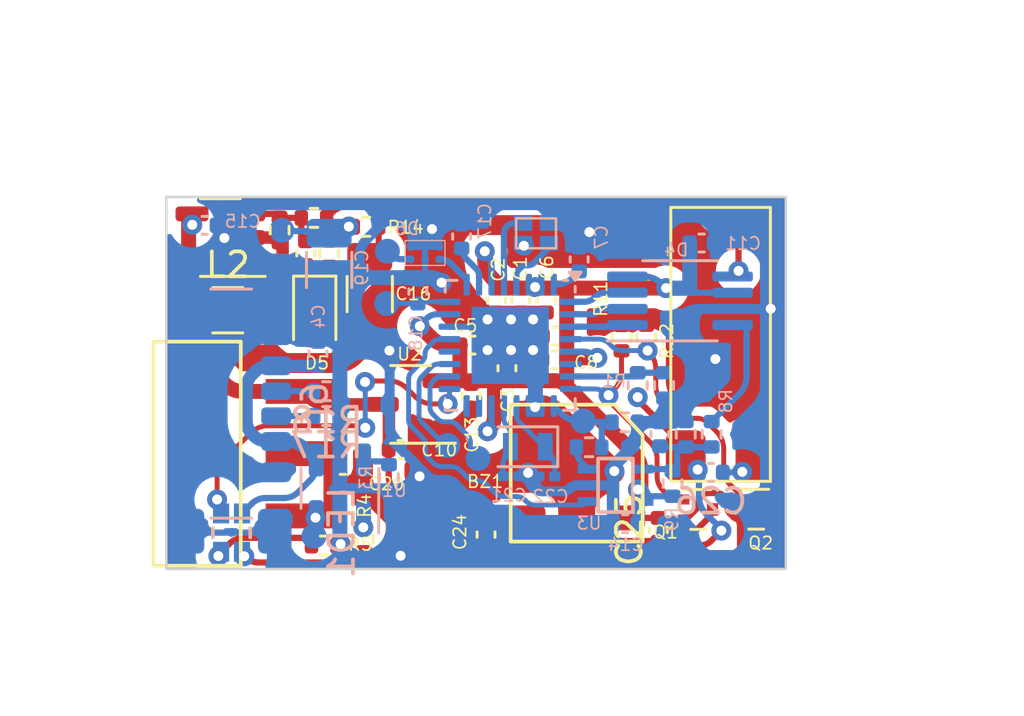
<source format=kicad_pcb>
(kicad_pcb (version 20241229) (generator "pcbnew") (generator_version "9.0")
  (layers (0 "F.Cu" signal) (2 "B.Cu" signal) (13 "F.Paste" user) (15 "B.Paste" user) (5 "F.SilkS" user "F.Silkscreen") (7 "B.SilkS" user "B.Silkscreen") (1 "F.Mask" user) (3 "B.Mask" user) (25 "Edge.Cuts" user))
  (net 0 "")
  (net 1 "+BATT")
  (net 2 "+2V8")
  (net 3 "vbus")
  (net 4 "Net-(D1-VCAP)")
  (net 5 "Net-(LED1---Pad3)")
  (net 6 "Net-(D5-K)")
  (net 7 "Net-(U4-FB)")
  (net 8 "/+SiPM")
  (net 9 "AIn")
  (net 10 "Vibro")
  (net 11 "Sync")
  (net 12 "Net-(U3--)")
  (net 13 "Sound")
  (net 14 "LED")
  (net 15 "Net-(D1-VDDHPA)")
  (net 16 "Net-(D1-RST)")
  (net 17 "Net-(D1-PC14)")
  (net 18 "Net-(D1-PC15)")
  (net 19 "A_CS")
  (net 20 "A_SCK")
  (net 21 "A_SDI")
  (net 22 "cmpAdj")
  (net 24 "Net-(D1-OSCOUT)")
  (net 25 "Net-(D1-OSCIN)")
  (net 26 "Net-(D1-RF)")
  (net 27 "GND")
  (net 29 "/B+")
  (net 31 "Net-(LED1---Pad4)")
  (net 32 "HVAdj")
  (net 33 "batLev")
  (net 34 "stat")
  (net 35 "Net-(D5-A)")
  (net 36 "Net-(D6-OUT)")
  (net 37 "Net-(J9-CC1)")
  (net 38 "Net-(J9-CC2)")
  (net 39 "Net-(Q2-D)")
  (net 40 "Net-(U3-+)")
  (net 41 "/swd")
  (net 42 "Net-(U1-PROG)")
  (net 43 "/swc")
  (net 45 "Net-(BZ1-+)")
  (footprint "Capacitor_SMD:C_0402_1005Metric" (layer "F.Cu") (at 74.96 41.27 -90)
    (property "Reference" "C2")
    (property "Value" "22u")
  )
  (footprint "Capacitor_SMD:C_0402_1005Metric" (layer "F.Cu") (at 74.54 50.67 90)
    (property "Reference" "C24")
    (property "Value" "22u")
  )
  (footprint "Capacitor_SMD:C_0402_1005Metric" (layer "F.Cu") (at 68.79 48.61)
    (property "Reference" "C20")
    (property "Value" "22u")
  )
  (footprint "Capacitor_SMD:C_0402_1005Metric" (layer "F.Cu") (at 77.28 43.65 180)
    (property "Reference" "C8")
    (property "Value" "22u")
  )
  (footprint "Package_TO_SOT_SMD:SOT-23-3" (layer "F.Cu") (at 71.51 45.44 180)
    (property "Reference" "U2")
    (property "Value" "MCP1700")
  )
  (footprint "Resistor_SMD:R_0402_1005Metric" (layer "F.Cu") (at 68.04 51.11)
    (property "Reference" "R5")
    (property "Value" "82")
  )
  (footprint "Capacitor_SMD:C_0402_1005Metric" (layer "F.Cu") (at 76.95 41.27 -90)
    (property "Reference" "C6")
    (property "Value" "22u")
  )
  (footprint "My-library:VibroMotor" (layer "F.Cu") (at 83.96 47.53 180)
    (property "Reference" "M1" (hide yes))
    (property "Value" "Z3OC1T8219731")
  )
  (footprint "Capacitor_SMD:C_0402_1005Metric" (layer "F.Cu") (at 73.94 45.1 -90)
    (property "Reference" "C13")
    (property "Value" "22u")
  )
  (footprint "Resistor_SMD:R_0402_1005Metric" (layer "F.Cu") (at 69.72 38.31 180)
    (property "Reference" "R14")
    (property "Value" "1k")
  )
  (footprint "Capacitor_SMD:C_0402_1005Metric" (layer "F.Cu") (at 75.93 41.27 -90)
    (property "Reference" "C1")
    (property "Value" "22u")
  )
  (footprint "Capacitor_SMD:C_0402_1005Metric" (layer "F.Cu") (at 77.3 42.7 180)
    (property "Reference" "C23" (hide yes))
    (property "Value" "22u")
  )
  (footprint "Resistor_SMD:R_0402_1005Metric" (layer "F.Cu") (at 66.25 38.44 -90)
    (property "Reference" "R15" (hide yes))
    (property "Value" "4.3M")
  )
  (footprint "lib:Buzzer55x55" (layer "F.Cu") (at 78.18 48.2 90)
    (property "Reference" "BZ1")
    (property "Value" "MLT-5020")
  )
  (footprint "Resistor_SMD:R_0402_1005Metric" (layer "F.Cu") (at 69.63 50.85 -90)
    (property "Reference" "R4")
    (property "Value" "220")
  )
  (footprint "Capacitor_SMD:C_0402_1005Metric" (layer "F.Cu") (at 73.99 43.06)
    (property "Reference" "C5")
    (property "Value" "22u")
  )
  (footprint "Capacitor_SMD:C_0402_1005Metric" (layer "F.Cu") (at 67.3 39.37 90)
    (property "Reference" "C9" (hide yes))
    (property "Value" "1.5p")
  )
  (footprint "Diode_SMD:D_SOD-323" (layer "F.Cu") (at 67.66 41.79 -90)
    (property "Reference" "D5")
    (property "Value" "BAS16J")
  )
  (footprint "Capacitor_SMD:C_0402_1005Metric" (layer "F.Cu") (at 71.11 47.25)
    (property "Reference" "C10")
    (property "Value" "22u")
  )
  (footprint "Resistor_SMD:R_0402_1005Metric" (layer "F.Cu") (at 80.97 42.77 90)
    (property "Reference" "R12")
    (property "Value" "100k")
  )
  (footprint "Resistor_SMD:R_0402_1005Metric" (layer "F.Cu") (at 67.63 37.95)
    (property "Reference" "R13" (hide yes))
    (property "Value" "100M")
  )
  (footprint "Capacitor_SMD:C_0402_1005Metric" (layer "F.Cu") (at 75.38 43.99 90)
    (property "Reference" "C3")
    (property "Value" "22u")
  )
  (footprint "Resistor_SMD:R_0402_1005Metric" (layer "F.Cu") (at 79.98 42.78 90)
    (property "Reference" "R11")
    (property "Value" "100k")
  )
  (footprint "My-library:SOT-723" (layer "F.Cu") (at 83.06 49.66)
    (property "Reference" "Q1")
    (property "Value" "RUM002N05")
  )
  (footprint "Capacitor_SMD:C_0402_1005Metric" (layer "F.Cu") (at 81.46 50.48 90)
    (property "Reference" "C25")
    (property "Value" "47n")
  )
  (footprint "Package_TO_SOT_SMD:SOT-23-5" (layer "F.Cu") (at 63.87 38.74 180)
    (property "Reference" "U4" (hide yes))
    (property "Value" "AP3015KTR")
  )
  (footprint "Inductor_SMD:L_1206_3216Metric_Pad1.42x1.75mm_HandSolder" (layer "F.Cu") (at 64.17 41.66)
    (property "Reference" "L2")
    (property "Value" "22uH LQH31CN220K03L")
  )
  (footprint "Resistor_SMD:R_0402_1005Metric" (layer "F.Cu") (at 68.24 39.39 90)
    (property "Reference" "R16" (hide yes))
    (property "Value" "100M")
  )
  (footprint "lib:MySwithc" (layer "F.Cu") (at 65.69 47.42)
    (property "Reference" "SW1" (hide yes))
    (property "Value" "SW_DPDT_x2")
  )
  (footprint "Capacitor_SMD:C_1206_3216Metric" (layer "F.Cu") (at 69.87 41.01 90)
    (property "Reference" "C16")
    (property "Value" "22u C3216X5R1V226MTJ00E")
  )
  (footprint "My-library:SOT-723" (layer "F.Cu") (at 85.39 49.65)
    (property "Reference" "Q2")
    (property "Value" "RUM002N05")
  )
  (footprint "Resistor_SMD:R_0402_1005Metric" (layer "B.Cu") (at 80.63 44.68 90)
    (property "Reference" "R1")
    (property "Value" "510k")
  )
  (footprint "lib:conn_mini" (layer "B.Cu") (at 73 47.09 180)
    (property "Reference" "J4" (hide yes))
    (property "Value" "Conn")
  )
  (footprint "Connector_USB:USB_C_Receptacle_GCT_USB4135-GF-A_6P_TopMnt_Horizontal" (layer "B.Cu") (at 63.0775 45.41 90)
    (property "Reference" "J9")
    (property "Value" "USB_C_Receptacle_PowerOnly_6P")
  )
  (footprint "Package_SO:MSOP-8_3x3mm_P0.65mm" (layer "B.Cu") (at 82.33 41.28)
    (property "Reference" "D4")
    (property "Value" "LTC1662CMS8")
  )
  (footprint "Capacitor_SMD:C_1206_3216Metric" (layer "B.Cu") (at 68.24 40.04 90)
    (property "Reference" "C19")
    (property "Value" "22u C3216X5R1V226MTJ00E")
  )
  (footprint "My-library:TLV320x-SC70" (layer "B.Cu") (at 79.74 48.69 90)
    (property "Reference" "U3")
    (property "Value" "TLV3201AIDCK")
  )
  (footprint "Capacitor_SMD:C_0402_1005Metric" (layer "B.Cu") (at 67.79 43.41 90)
    (property "Reference" "C4")
    (property "Value" "22u")
  )
  (footprint "Resistor_SMD:R_0402_1005Metric" (layer "B.Cu") (at 81.69 44.68 -90)
    (property "Reference" "R2" (hide yes))
    (property "Value" "1M")
  )
  (footprint "Package_TO_SOT_SMD:SOT-23-5" (layer "B.Cu") (at 68.67 48.81 90)
    (property "Reference" "U1")
    (property "Value" "MCP73831")
  )
  (footprint "Resistor_SMD:R_0402_1005Metric" (layer "B.Cu") (at 78.68 47.16)
    (property "Reference" "R7" (hide yes))
    (property "Value" "10k")
  )
  (footprint "lib:conn_mini" (layer "B.Cu") (at 66.34 38.45 -90)
    (property "Reference" "J11" (hide yes))
    (property "Value" "Conn")
  )
  (footprint "Capacitor_SMD:C_0402_1005Metric" (layer "B.Cu") (at 71.8 40.91 -90)
    (property "Reference" "C18")
    (property "Value" "10n")
  )
  (footprint "lib:conn_mini" (layer "B.Cu") (at 78.44 46.11 -90)
    (property "Reference" "J8" (hide yes))
    (property "Value" "Conn")
  )
  (footprint "Resistor_SMD:R_0402_1005Metric" (layer "B.Cu") (at 83.6 46.64 -90)
    (property "Reference" "R8")
    (property "Value" "10M")
  )
  (footprint "lib:conn_mini" (layer "B.Cu") (at 82.97 44.89 180)
    (property "Reference" "J3" (hide yes))
    (property "Value" "Conn")
  )
  (footprint "Capacitor_SMD:C_0402_1005Metric" (layer "B.Cu") (at 63.24 38.25 180)
    (property "Reference" "C15")
    (property "Value" "22u")
  )
  (footprint "Resistor_SMD:R_0402_1005Metric" (layer "B.Cu") (at 82.56 46.64 90)
    (property "Reference" "R10" (hide yes))
    (property "Value" "75k")
  )
  (footprint "Capacitor_SMD:C_0402_1005Metric" (layer "B.Cu") (at 80.13 50.23 180)
    (property "Reference" "C14")
    (property "Value" "22u")
  )
  (footprint "Resistor_SMD:R_0402_1005Metric" (layer "B.Cu") (at 68.13 45.91)
    (property "Reference" "R17")
    (property "Value" "5.1k")
  )
  (footprint "My-library:C_0201_0603Metric" (layer "B.Cu") (at 76.98 48.33 180)
    (property "Reference" "C22")
    (property "Value" "10p")
  )
  (footprint "Capacitor_SMD:C_0402_1005Metric" (layer "B.Cu") (at 78.28 39.62 90)
    (property "Reference" "C7")
    (property "Value" "4.7u")
  )
  (footprint "Capacitor_SMD:C_0402_1005Metric" (layer "B.Cu") (at 83.57 48.17)
    (property "Reference" "C26")
    (property "Value" "47n")
  )
  (footprint "Capacitor_SMD:C_0402_1005Metric" (layer "B.Cu") (at 73.56 38.7 90)
    (property "Reference" "C17")
    (property "Value" "4.7u")
  )
  (footprint "lib:conn_mini" (layer "B.Cu") (at 69.57 42.87 180)
    (property "Reference" "J10" (hide yes))
    (property "Value" "Conn")
  )
  (footprint "lib:conn_mini" (layer "B.Cu") (at 74.22 47.61 180)
    (property "Reference" "J5" (hide yes))
    (property "Value" "Conn")
  )
  (footprint "Resistor_SMD:R_0402_1005Metric" (layer "B.Cu") (at 80.11 46.16)
    (property "Reference" "R6" (hide yes))
    (property "Value" "3k")
  )
  (footprint "Resistor_SMD:R_0402_1005Metric" (layer "B.Cu") (at 68.13 44.91)
    (property "Reference" "R18")
    (property "Value" "5.1k")
  )
  (footprint "lib:conn_mini" (layer "B.Cu") (at 70.58 39.29 180)
    (property "Reference" "J12" (hide yes))
    (property "Value" "BTAnt")
  )
  (footprint "My-library:NX1612SA" (layer "B.Cu") (at 76.55 38.57 180)
    (property "Reference" "Y1" (hide yes))
    (property "Value" "NX1612SA-32MHz")
  )
  (footprint "lib:conn_mini" (layer "B.Cu") (at 70.55 41.39 180)
    (property "Reference" "J2" (hide yes))
    (property "Value" "Conn")
  )
  (footprint "Capacitor_SMD:C_0402_1005Metric" (layer "B.Cu") (at 81.52 46.64 90)
    (property "Reference" "C12" (hide yes))
    (property "Value" "10n")
  )
  (footprint "lib:conn_mini" (layer "B.Cu") (at 67.63 50.73 180)
    (property "Reference" "J6" (hide yes))
    (property "Value" "Conn")
  )
  (footprint "Capacitor_SMD:C_0402_1005Metric" (layer "B.Cu") (at 83.2 38.96)
    (property "Reference" "C11")
    (property "Value" "22u")
  )
  (footprint "Package_DFN_QFN:QFN-32-1EP_5x5mm_P0.5mm_EP3.1x3.1mm" (layer "B.Cu") (at 75.51 43.07 180)
    (property "Reference" "D1" (hide yes))
    (property "Value" "STM32WBA54KGUx")
  )
  (footprint "lib:conn_mini" (layer "B.Cu") (at 71.16 51.36 180)
    (property "Reference" "J7" (hide yes))
    (property "Value" "Conn")
  )
  (footprint "easyeda2kicad:LED-ARRAY-SMD_0603-4P-L1.6-W1.5-BR-RD" (layer "B.Cu") (at 64.32 50.59 90)
    (property "Reference" "LED1")
    (property "Value" "LTST-C195KGJRKT")
  )
  (footprint "Resistor_SMD:R_0402_1005Metric" (layer "B.Cu") (at 70.64 48.37 -90)
    (property "Reference" "R3")
    (property "Value" "10k")
  )
  (footprint "Resistor_SMD:R_0402_1005Metric" (layer "B.Cu") (at 82.03 48.62 90)
    (property "Reference" "R9")
    (property "Value" "10M")
  )
  (footprint "My-library:MLPF-WB-04D3" (layer "B.Cu") (at 72.09 39.36 90)
    (property "Reference" "D6")
    (property "Value" "MLPF-WB-04D3")
  )
  (footprint "My-library:Crystal_SMD_2012-2Pin_2.0x1.2mm" (layer "B.Cu") (at 76.22 47.14 180)
    (property "Reference" "Y2" (hide yes))
    (property "Value" "NX2012SA-32.768")
  )
  (footprint "My-library:C_0201_0603Metric" (layer "B.Cu") (at 75.54 48.32)
    (property "Reference" "C21")
    (property "Value" "10p")
  )
  (gr_line (start 86.58 52.05) (end 61.7 52.05) (stroke (width 0.1)) (layer "Edge.Cuts"))
  (gr_line (start 61.7 52.05) (end 61.7 37.11) (stroke (width 0.1)) (layer "Edge.Cuts"))
  (gr_line (start 86.58 37.11) (end 86.58 52.05) (stroke (width 0.1)) (layer "Edge.Cuts"))
  (gr_line (start 61.7 37.11) (end 86.58 37.11) (stroke (width 0.1)) (layer "Edge.Cuts"))
  (segment (start 72.914214 50.58) (end 73.715786 50.58) (width 0.25) (layer "F.Cu") (net 1))
  (segment (start 76.105 50.19) (end 74.515 50.19) (width 0.6) (layer "F.Cu") (net 1))
  (segment (start 82.56 47.19) (end 82.56 47.53) (width 0.25) (layer "F.Cu") (net 1))
  (segment (start 64.057107 44.627107) (end 62.887893 43.457893) (width 0.6) (layer "F.Cu") (net 1))
  (segment (start 77.524214 50.93) (end 80.34 50.93) (width 0.25) (layer "F.Cu") (net 1))
  (segment (start 83.151472 51.1) (end 81.6 51.1) (width 0.25) (layer "F.Cu") (net 1))
  (segment (start 70.48 45.44) (end 70.3725 45.44) (width 0.5) (layer "F.Cu") (net 1))
  (segment (start 62.595 41.66) (end 62.595 37.9275) (width 0.6) (layer "F.Cu") (net 1))
  (segment (start 83.575736 50.924264) (end 83.99 50.51) (width 0.25) (layer "F.Cu") (net 1))
  (segment (start 76.18 50) (end 76.817107 50.637107) (width 0.25) (layer "F.Cu") (net 1))
  (segment (start 67.19 44.92) (end 64.764214 44.92) (width 0.6) (layer "F.Cu") (net 1))
  (segment (start 67.417107 45.147107) (end 67.19 44.92) (width 0.5) (layer "F.Cu") (net 1))
  (segment (start 62.595 37.9275) (end 62.7325 37.79) (width 0.6) (layer "F.Cu") (net 1))
  (segment (start 70.64 47.31625) (end 70.64 45.6) (width 0.5) (layer "F.Cu") (net 1))
  (segment (start 70.3725 45.44) (end 68.124214 45.44) (width 0.5) (layer "F.Cu") (net 1))
  (segment (start 74.422893 50.287107) (end 74.45 50.26) (width 0.25) (layer "F.Cu") (net 1))
  (segment (start 80.54 45.17) (end 82.56 47.19) (width 0.25) (layer "F.Cu") (net 1))
  (segment (start 62.595 42.750786) (end 62.595 41.66) (width 0.6) (layer "F.Cu") (net 1))
  (segment (start 70.64 45.6) (end 70.48 45.44) (width 0.5) (layer "F.Cu") (net 1))
  (segment (start 62.7425 37.85) (end 62.7425 38.2275) (width 0.6) (layer "F.Cu") (net 1))
  (segment (start 80.34 50.93) (end 81.41 50.93) (width 0.25) (layer "F.Cu") (net 1))
  (segment (start 70.63 47.25) (end 70.63 48.295786) (width 0.25) (layer "F.Cu") (net 1))
  (segment (start 81.6 51.1) (end 81.46 50.96) (width 0.25) (layer "F.Cu") (net 1))
  (segment (start 70.922893 49.002893) (end 72.207107 50.287107) (width 0.25) (layer "F.Cu") (net 1))
  (segment (start 83.17 48.14) (end 82.56 47.53) (width 0.25) (layer "F.Cu") (net 1))
  (via (at 83.04 48.06) (size 0.8) (drill 0.4) (layers "F.Cu" "B.Cu") (net 1))
  (via (at 62.7425 38.2275) (size 0.8) (drill 0.4) (layers "F.Cu" "B.Cu") (net 1))
  (via (at 83.99 50.51) (size 0.8) (drill 0.4) (layers "F.Cu" "B.Cu") (net 1))
  (via (at 80.63 45.15) (size 0.8) (drill 0.4) (layers "F.Cu" "B.Cu") (net 1))
  (arc (start 70.922893 49.002893) (mid 70.70612 48.67847) (end 70.63 48.295786) (width 0.25) (layer "F.Cu") (net 1))
  (arc (start 72.207107 50.287107) (mid 72.53153 50.50388) (end 72.914214 50.58) (width 0.25) (layer "F.Cu") (net 1))
  (arc (start 64.764214 44.92) (mid 64.381531 44.84388) (end 64.057107 44.627107) (width 0.6) (layer "F.Cu") (net 1))
  (arc (start 67.417107 45.147107) (mid 67.74153 45.36388) (end 68.124214 45.44) (width 0.5) (layer "F.Cu") (net 1))
  (arc (start 76.817107 50.637107) (mid 77.14153 50.85388) (end 77.524214 50.93) (width 0.25) (layer "F.Cu") (net 1))
  (arc (start 83.575736 50.924264) (mid 83.381082 51.054328) (end 83.151472 51.1) (width 0.25) (layer "F.Cu") (net 1))
  (arc (start 74.422893 50.287107) (mid 74.09847 50.50388) (end 73.715786 50.58) (width 0.25) (layer "F.Cu") (net 1))
  (arc (start 62.595 42.750786) (mid 62.67112 43.133469) (end 62.887893 43.457893) (width 0.6) (layer "F.Cu") (net 1))
  (segment (start 83.09 49.135786) (end 83.09 48.17) (width 0.25) (layer "B.Cu") (net 1))
  (segment (start 83.99 50.45) (end 83.99 50.51) (width 0.25) (layer "B.Cu") (net 1))
  (segment (start 83.382893 49.842893) (end 83.99 50.45) (width 0.25) (layer "B.Cu") (net 1))
  (arc (start 83.09 49.135786) (mid 83.16612 49.518469) (end 83.382893 49.842893) (width 0.25) (layer "B.Cu") (net 1))
  (segment (start 77.2 44.49) (end 74.93 44.49) (width 0.6) (layer "F.Cu") (net 2))
  (segment (start 76.92 40.77) (end 76.96 40.73) (width 0.25) (layer "F.Cu") (net 2))
  (segment (start 74.645685 46.474315) (end 74.6 46.52) (width 0.6) (layer "F.Cu") (net 2))
  (segment (start 77.78 44.55) (end 77.78 40.93) (width 0.6) (layer "F.Cu") (net 2))
  (segment (start 80.19 40.77) (end 81.77 40.77) (width 0.6) (layer "F.Cu") (net 2))
  (segment (start 78.992893 43.552893) (end 79.01 43.57) (width 0.6) (layer "F.Cu") (net 2))
  (segment (start 73.51 43.06) (end 73.054214 43.06) (width 0.6) (layer "F.Cu") (net 2))
  (segment (start 74.88 44.54) (end 74.88 45.908629) (width 0.6) (layer "F.Cu") (net 2))
  (segment (start 77.78 40.93) (end 77.94 40.77) (width 0.6) (layer "F.Cu") (net 2))
  (segment (start 75.93 40.77) (end 76.92 40.77) (width 0.6) (layer "F.Cu") (net 2))
  (segment (start 75.19 40.77) (end 74.782893 40.362893) (width 0.6) (layer "F.Cu") (net 2))
  (segment (start 77.94 40.77) (end 80.19 40.77) (width 0.6) (layer "F.Cu") (net 2))
  (segment (start 73.49 44.189143) (end 73.49 43.270857) (width 0.6) (layer "F.Cu") (net 2))
  (segment (start 74.93 44.49) (end 74.88 44.54) (width 0.6) (layer "F.Cu") (net 2))
  (segment (start 78.01 43.57) (end 77.93 43.65) (width 0.25) (layer "F.Cu") (net 2))
  (segment (start 80.467107 47.397107) (end 77.735736 44.665736) (width 0.6) (layer "F.Cu") (net 2))
  (segment (start 79.01 43.57) (end 78.01 43.57) (width 0.6) (layer "F.Cu") (net 2))
  (segment (start 74.93 44.49) (end 72.6475 44.49) (width 0.6) (layer "F.Cu") (net 2))
  (segment (start 74.49 39.655786) (end 74.49 39.29) (width 0.6) (layer "F.Cu") (net 2))
  (segment (start 80.76 48.84) (end 80.76 48.104214) (width 0.6) (layer "F.Cu") (net 2))
  (segment (start 72.347107 42.767107) (end 71.88 42.3) (width 0.6) (layer "F.Cu") (net 2))
  (segment (start 75.93 40.77) (end 75.19 40.77) (width 0.6) (layer "F.Cu") (net 2))
  (segment (start 77.311472 44.49) (end 77.2 44.49) (width 0.6) (layer "F.Cu") (net 2))
  (segment (start 77.764264 44.637208) (end 77.735736 44.665736) (width 0.6) (layer "F.Cu") (net 2))
  (segment (start 76.95 40.77) (end 77.94 40.77) (width 0.6) (layer "F.Cu") (net 2))
  (via (at 74.49 39.29) (size 0.8) (drill 0.4) (layers "F.Cu" "B.Cu") (net 2))
  (via (at 80.64 48.86) (size 0.8) (drill 0.4) (layers "F.Cu" "B.Cu") (net 2))
  (via (at 74.6 46.52) (size 0.8) (drill 0.4) (layers "F.Cu" "B.Cu") (net 2))
  (via (at 79.01 43.57) (size 0.8) (drill 0.4) (layers "F.Cu" "B.Cu") (net 2))
  (via (at 81.77 40.77) (size 0.8) (drill 0.4) (layers "F.Cu" "B.Cu") (net 2))
  (via (at 71.88 42.3) (size 0.8) (drill 0.4) (layers "F.Cu" "B.Cu") (net 2))
  (via (at 76.51 40.73) (size 0.8) (drill 0.4) (layers "F.Cu" "B.Cu") (net 2))
  (arc (start 74.645685 46.474315) (mid 74.819104 46.214776) (end 74.88 45.908629) (width 0.6) (layer "F.Cu") (net 2))
  (arc (start 80.76 48.104214) (mid 80.68388 47.72153) (end 80.467107 47.397107) (width 0.6) (layer "F.Cu") (net 2))
  (arc (start 74.49 39.655786) (mid 74.56612 40.038469) (end 74.782893 40.362893) (width 0.6) (layer "F.Cu") (net 2))
  (arc (start 73.054214 43.06) (mid 72.671531 42.98388) (end 72.347107 42.767107) (width 0.6) (layer "F.Cu") (net 2))
  (arc (start 77.735736 44.665736) (mid 77.541082 44.535672) (end 77.311472 44.49) (width 0.6) (layer "F.Cu") (net 2))
  (segment (start 74.76 40.6325) (end 74.76 39.891371) (width 0.25) (layer "B.Cu") (net 2))
  (segment (start 72.154264 41.995736) (end 72 42.15) (width 0.25) (layer "B.Cu") (net 2))
  (segment (start 82.03 49.13) (end 81.05 49.13) (width 0.25) (layer "B.Cu") (net 2))
  (segment (start 82.47 40.77) (end 81.77 40.77) (width 0.6) (layer "B.Cu") (net 2))
  (segment (start 81.05 49.13) (end 80.76 48.84) (width 0.25) (layer "B.Cu") (net 2))
  (segment (start 73.0725 41.82) (end 72.578528 41.82) (width 0.25) (layer "B.Cu") (net 2))
  (segment (start 80.2175 40.305) (end 80.890786 40.305) (width 0.25) (layer "B.Cu") (net 2))
  (segment (start 74.76 45.5075) (end 74.76 46.36) (width 0.25) (layer "B.Cu") (net 2))
  (segment (start 80.774264 48.854264) (end 80.76 48.84) (width 0.5) (layer "B.Cu") (net 2))
  (segment (start 77.9475 43.32) (end 78.428629 43.32) (width 0.25) (layer "B.Cu") (net 2))
  (segment (start 84.4425 40.955) (end 81.955 40.955) (width 0.25) (layer "B.Cu") (net 2))
  (segment (start 78.994315 43.554315) (end 79.01 43.57) (width 0.25) (layer "B.Cu") (net 2))
  (segment (start 74.76 46.36) (end 74.6 46.52) (width 0.25) (layer "B.Cu") (net 2))
  (segment (start 80.67 50.085736) (end 80.67 49.214264) (width 0.5) (layer "B.Cu") (net 2))
  (segment (start 74.525685 39.325685) (end 74.49 39.29) (width 0.25) (layer "B.Cu") (net 2))
  (segment (start 76.26 40.6325) (end 76.5075 40.6325) (width 0.25) (layer "B.Cu") (net 2))
  (segment (start 76.5075 40.6325) (end 76.76 40.6325) (width 0.25) (layer "B.Cu") (net 2))
  (segment (start 81.597893 40.597893) (end 81.77 40.77) (width 0.25) (layer "B.Cu") (net 2))
  (segment (start 82.72 40.37) (end 82.72 40.78) (width 0.6) (layer "B.Cu") (net 2))
  (segment (start 81.955 40.955) (end 81.77 40.77) (width 0.25) (layer "B.Cu") (net 2))
  (segment (start 82.72 40.52) (end 82.72 38.96) (width 0.6) (layer "B.Cu") (net 2))
  (arc (start 80.890786 40.305) (mid 81.273469 40.38112) (end 81.597893 40.597893) (width 0.25) (layer "B.Cu") (net 2))
  (arc (start 78.428629 43.32) (mid 78.734776 43.380897) (end 78.994315 43.554315) (width 0.25) (layer "B.Cu") (net 2))
  (arc (start 72.154264 41.995736) (mid 72.348918 41.865672) (end 72.578528 41.82) (width 0.25) (layer "B.Cu") (net 2))
  (arc (start 74.525685 39.325685) (mid 74.699104 39.585224) (end 74.76 39.891371) (width 0.25) (layer "B.Cu") (net 2))
  (arc (start 80.95 49.278528) (mid 80.904328 49.048918) (end 80.774264 48.854264) (width 0.5) (layer "B.Cu") (net 2))
  (segment (start 64.92 46.078629) (end 64.92 44.801371) (width 0.5) (layer "B.Cu") (net 3))
  (segment (start 66.994315 48.965685) (end 67.485686 48.474314) (width 0.25) (layer "B.Cu") (net 3))
  (segment (start 67.280393 47.222893) (end 67.61875 47.56125) (width 0.5) (layer "B.Cu") (net 3))
  (segment (start 66.11 46.93) (end 66.573286 46.93) (width 0.5) (layer "B.Cu") (net 3))
  (segment (start 66.11 46.93) (end 65.771371 46.93) (width 0.5) (layer "B.Cu") (net 3))
  (segment (start 65.831371 43.89) (end 66.11 43.89) (width 0.5) (layer "B.Cu") (net 3))
  (segment (start 65.691371 49.2) (end 66.428629 49.2) (width 0.25) (layer "B.Cu") (net 3))
  (segment (start 65.205685 46.695685) (end 65.154314 46.644314) (width 0.5) (layer "B.Cu") (net 3))
  (segment (start 67.79 43.89) (end 66.11 43.89) (width 0.5) (layer "B.Cu") (net 3))
  (segment (start 67.72 47.908629) (end 67.72 47.6725) (width 0.25) (layer "B.Cu") (net 3))
  (segment (start 64.74 49.82) (end 65.125686 49.434314) (width 0.25) (layer "B.Cu") (net 3))
  (segment (start 65.154315 44.235685) (end 65.265686 44.124314) (width 0.5) (layer "B.Cu") (net 3))
  (arc (start 65.205685 46.695685) (mid 65.465224 46.869104) (end 65.771371 46.93) (width 0.5) (layer "B.Cu") (net 3))
  (arc (start 67.280393 47.222893) (mid 66.95597 47.00612) (end 66.573286 46.93) (width 0.5) (layer "B.Cu") (net 3))
  (arc (start 65.154315 44.235685) (mid 64.980896 44.495224) (end 64.92 44.801371) (width 0.5) (layer "B.Cu") (net 3))
  (arc (start 67.485686 48.474314) (mid 67.659104 48.214775) (end 67.72 47.908629) (width 0.25) (layer "B.Cu") (net 3))
  (arc (start 65.154314 46.644314) (mid 64.980896 46.384775) (end 64.92 46.078629) (width 0.5) (layer "B.Cu") (net 3))
  (arc (start 65.691371 49.2) (mid 65.385225 49.260896) (end 65.125686 49.434314) (width 0.25) (layer "B.Cu") (net 3))
  (arc (start 66.994315 48.965685) (mid 66.734776 49.139104) (end 66.428629 49.2) (width 0.25) (layer "B.Cu") (net 3))
  (arc (start 65.265686 44.124314) (mid 65.525225 43.950896) (end 65.831371 43.89) (width 0.5) (layer "B.Cu") (net 3))
  (segment (start 77.26 40.6325) (end 77.333286 40.6325) (width 0.25) (layer "B.Cu") (net 4))
  (segment (start 78.040393 40.339607) (end 78.28 40.1) (width 0.25) (layer "B.Cu") (net 4))
  (arc (start 78.040393 40.339607) (mid 77.71597 40.55638) (end 77.333286 40.6325) (width 0.25) (layer "B.Cu") (net 4))
  (segment (start 63.8 51.56) (end 63.8 51.47) (width 0.25) (layer "F.Cu") (net 5))
  (segment (start 63.8 51.47) (end 64.235686 51.034314) (width 0.25) (layer "F.Cu") (net 5))
  (segment (start 67.475736 50.975736) (end 67.53 51.03) (width 0.25) (layer "F.Cu") (net 5))
  (segment (start 64.801371 50.8) (end 67.051472 50.8) (width 0.25) (layer "F.Cu") (net 5))
  (via (at 63.79 51.53) (size 0.8) (drill 0.4) (layers "F.Cu" "B.Cu") (net 5))
  (arc (start 67.475736 50.975736) (mid 67.281082 50.845672) (end 67.051472 50.8) (width 0.25) (layer "F.Cu") (net 5))
  (arc (start 64.235686 51.034314) (mid 64.495225 50.860896) (end 64.801371 50.8) (width 0.25) (layer "F.Cu") (net 5))
  (segment (start 69.675 39.91) (end 70.05 39.535) (width 0.25) (layer "F.Cu") (net 6))
  (segment (start 70.05 39.535) (end 69.127893 40.457107) (width 0.4) (layer "F.Cu") (net 6))
  (segment (start 68.36 39.91) (end 69.675 39.91) (width 0.25) (layer "F.Cu") (net 6))
  (segment (start 70.23 39.355) (end 70.05 39.535) (width 0.25) (layer "F.Cu") (net 6))
  (segment (start 68.420786 40.75) (end 67.66 40.75) (width 0.4) (layer "F.Cu") (net 6))
  (segment (start 70.23 38.31) (end 70.23 39.355) (width 0.25) (layer "F.Cu") (net 6))
  (segment (start 67.66 40.75) (end 67.65 40.76) (width 0.4) (layer "F.Cu") (net 6))
  (segment (start 68.36 39.91) (end 67.46 39.91) (width 0.25) (layer "F.Cu") (net 6))
  (segment (start 67.46 39.91) (end 67.41 39.86) (width 0.25) (layer "F.Cu") (net 6))
  (arc (start 69.127893 40.457107) (mid 68.80347 40.67388) (end 68.420786 40.75) (width 0.4) (layer "F.Cu") (net 6))
  (segment (start 66.25 37.83) (end 66.29 37.79) (width 0.25) (layer "F.Cu") (net 7))
  (segment (start 67.12 37.95) (end 66.27 37.95) (width 0.25) (layer "F.Cu") (net 7))
  (segment (start 67.12 38.71) (end 67.3 38.89) (width 0.25) (layer "F.Cu") (net 7))
  (segment (start 66.27 37.95) (end 66.25 37.93) (width 0.25) (layer "F.Cu") (net 7))
  (segment (start 67.3 38.89) (end 68.23 38.89) (width 0.25) (layer "F.Cu") (net 7))
  (segment (start 68.23 38.89) (end 68.24 38.88) (width 0.25) (layer "F.Cu") (net 7))
  (segment (start 66.25 37.93) (end 66.25 37.83) (width 0.25) (layer "F.Cu") (net 7))
  (segment (start 67.12 37.95) (end 67.12 38.71) (width 0.25) (layer "F.Cu") (net 7))
  (segment (start 65.0075 37.79) (end 66.29 37.79) (width 0.25) (layer "F.Cu") (net 7))
  (via (at 69.03 38.3) (size 0.8) (drill 0.4) (layers "F.Cu" "B.Cu") (net 8))
  (segment (start 68.005 38.59) (end 68.02 38.575) (width 0.25) (layer "B.Cu") (net 8))
  (segment (start 69.14 38.24) (end 68.355 38.24) (width 0.25) (layer "B.Cu") (net 8))
  (segment (start 66.3925 38.48) (end 68.1275 38.48) (width 0.25) (layer "B.Cu") (net 8))
  (segment (start 68.355 38.24) (end 68.02 38.575) (width 0.25) (layer "B.Cu") (net 8))
  (segment (start 79.19 47.16) (end 79.19 46.32) (width 0.25) (layer "B.Cu") (net 9))
  (segment (start 79.19 46.32) (end 79.36 46.15) (width 0.25) (layer "B.Cu") (net 9))
  (segment (start 79.36 46.15) (end 78.48 46.15) (width 0.25) (layer "B.Cu") (net 9))
  (segment (start 78.48 46.15) (end 78.44 46.11) (width 0.25) (layer "B.Cu") (net 9))
  (segment (start 77.569607 45.817107) (end 77.26 45.5075) (width 0.25) (layer "B.Cu") (net 9))
  (segment (start 78.44 46.11) (end 78.276714 46.11) (width 0.25) (layer "B.Cu") (net 9))
  (arc (start 77.569607 45.817107) (mid 77.89403 46.03388) (end 78.276714 46.11) (width 0.25) (layer "B.Cu") (net 9))
  (segment (start 84.795 49.115) (end 84.795 49.25) (width 0.2) (layer "F.Cu") (net 10))
  (segment (start 81.648893 45.378893) (end 81.977107 45.707107) (width 0.2) (layer "F.Cu") (net 10))
  (segment (start 81.03 43.28) (end 81.063107 43.313107) (width 0.2) (layer "F.Cu") (net 10))
  (segment (start 82.684214 46) (end 83.012944 46) (width 0.2) (layer "F.Cu") (net 10))
  (segment (start 84.319315 48.639315) (end 84.795 49.115) (width 0.2) (layer "F.Cu") (net 10))
  (segment (start 84.085 47.237742) (end 84.085 48.073629) (width 0.2) (layer "F.Cu") (net 10))
  (segment (start 81.356 44.020214) (end 81.356 44.671786) (width 0.2) (layer "F.Cu") (net 10))
  (segment (start 83.437208 46.175736) (end 83.792107 46.530635) (width 0.2) (layer "F.Cu") (net 10))
  (via (at 81.03 43.28) (size 0.8) (drill 0.4) (layers "F.Cu" "B.Cu") (net 10))
  (arc (start 83.012944 46) (mid 83.242554 46.045672) (end 83.437208 46.175736) (width 0.2) (layer "F.Cu") (net 10))
  (arc (start 81.356 44.671786) (mid 81.43212 45.054469) (end 81.648893 45.378893) (width 0.2) (layer "F.Cu") (net 10))
  (arc (start 81.063107 43.313107) (mid 81.27988 43.63753) (end 81.356 44.020214) (width 0.2) (layer "F.Cu") (net 10))
  (arc (start 83.792107 46.530635) (mid 84.00888 46.855059) (end 84.085 47.237742) (width 0.2) (layer "F.Cu") (net 10))
  (arc (start 81.977107 45.707107) (mid 82.301531 45.92388) (end 82.684214 46) (width 0.2) (layer "F.Cu") (net 10))
  (arc (start 84.319315 48.639315) (mid 84.145896 48.379776) (end 84.085 48.073629) (width 0.2) (layer "F.Cu") (net 10))
  (segment (start 79.061472 42.82) (end 77.9475 42.82) (width 0.2) (layer "B.Cu") (net 10))
  (segment (start 79.485736 42.995736) (end 79.594264 43.104264) (width 0.2) (layer "B.Cu") (net 10))
  (segment (start 80.862893 43.112893) (end 81.04 43.29) (width 0.2) (layer "B.Cu") (net 10))
  (segment (start 80.018528 43.28) (end 81.03 43.28) (width 0.2) (layer "B.Cu") (net 10))
  (arc (start 79.061472 42.82) (mid 79.291082 42.865672) (end 79.485736 42.995736) (width 0.2) (layer "B.Cu") (net 10))
  (arc (start 79.594264 43.104264) (mid 79.788918 43.234328) (end 80.018528 43.28) (width 0.2) (layer "B.Cu") (net 10))
  (segment (start 75.257107 49.14) (end 75.752893 49.14) (width 0.2) (layer "B.Cu") (net 11))
  (segment (start 74.566447 48.656447) (end 74.903554 48.993554) (width 0.2) (layer "B.Cu") (net 11))
  (segment (start 73.0725 42.82) (end 72.695685 42.82) (width 0.2) (layer "B.Cu") (net 11))
  (segment (start 72.1 47.055685) (end 72.1 47.304315) (width 0.2) (layer "B.Cu") (net 11))
  (segment (start 72.217158 47.587158) (end 72.423554 47.793554) (width 0.2) (layer "B.Cu") (net 11))
  (segment (start 71.972842 43.717158) (end 71.547157 44.142843) (width 0.2) (layer "B.Cu") (net 11))
  (segment (start 76.507107 49.48) (end 78.334315 49.48) (width 0.2) (layer "B.Cu") (net 11))
  (segment (start 71.547158 46.337158) (end 71.982843 46.772843) (width 0.2) (layer "B.Cu") (net 11))
  (segment (start 72.09 43.425685) (end 72.09 43.434315) (width 0.2) (layer "B.Cu") (net 11))
  (segment (start 78.617158 49.362842) (end 78.64 49.34) (width 0.2) (layer "B.Cu") (net 11))
  (segment (start 76.106447 49.286447) (end 76.153554 49.333554) (width 0.2) (layer "B.Cu") (net 11))
  (segment (start 73.506447 48.086447) (end 73.783554 48.363554) (width 0.2) (layer "B.Cu") (net 11))
  (segment (start 74.137107 48.51) (end 74.212893 48.51) (width 0.2) (layer "B.Cu") (net 11))
  (segment (start 72.412842 42.937158) (end 72.207157 43.142843) (width 0.2) (layer "B.Cu") (net 11))
  (segment (start 71.43 44.425685) (end 71.43 46.054315) (width 0.2) (layer "B.Cu") (net 11))
  (segment (start 72.777107 47.94) (end 73.152893 47.94) (width 0.2) (layer "B.Cu") (net 11))
  (arc (start 78.334315 49.48) (mid 78.487389 49.449551) (end 78.617158 49.362842) (width 0.2) (layer "B.Cu") (net 11))
  (arc (start 73.506447 48.086447) (mid 73.344235 47.97806) (end 73.152893 47.94) (width 0.2) (layer "B.Cu") (net 11))
  (arc (start 74.212893 48.51) (mid 74.404235 48.54806) (end 74.566447 48.656447) (width 0.2) (layer "B.Cu") (net 11))
  (arc (start 74.903554 48.993554) (mid 75.065766 49.10194) (end 75.257107 49.14) (width 0.2) (layer "B.Cu") (net 11))
  (arc (start 72.1 47.304315) (mid 72.130449 47.457389) (end 72.217158 47.587158) (width 0.2) (layer "B.Cu") (net 11))
  (arc (start 72.207157 43.142843) (mid 72.120448 43.272612) (end 72.09 43.425685) (width 0.2) (layer "B.Cu") (net 11))
  (arc (start 71.43 46.054315) (mid 71.460448 46.207389) (end 71.547158 46.337158) (width 0.2) (layer "B.Cu") (net 11))
  (arc (start 71.982843 46.772843) (mid 72.069552 46.902612) (end 72.1 47.055685) (width 0.2) (layer "B.Cu") (net 11))
  (arc (start 74.137107 48.51) (mid 73.945766 48.47194) (end 73.783554 48.363554) (width 0.2) (layer "B.Cu") (net 11))
  (arc (start 72.695685 42.82) (mid 72.542611 42.850449) (end 72.412842 42.937158) (width 0.2) (layer "B.Cu") (net 11))
  (arc (start 75.752893 49.14) (mid 75.944235 49.17806) (end 76.106447 49.286447) (width 0.2) (layer "B.Cu") (net 11))
  (arc (start 76.153554 49.333554) (mid 76.315766 49.44194) (end 76.507107 49.48) (width 0.2) (layer "B.Cu") (net 11))
  (arc (start 72.777107 47.94) (mid 72.585766 47.90194) (end 72.423554 47.793554) (width 0.2) (layer "B.Cu") (net 11))
  (arc (start 72.09 43.434315) (mid 72.059552 43.587389) (end 71.972842 43.717158) (width 0.2) (layer "B.Cu") (net 11))
  (arc (start 71.547157 44.142843) (mid 71.460448 44.272612) (end 71.43 44.425685) (width 0.2) (layer "B.Cu") (net 11))
  (segment (start 82.21 48.13) (end 82.21 47.21) (width 0.25) (layer "B.Cu") (net 12))
  (segment (start 81.98 48.04) (end 82.12 48.18) (width 0.25) (layer "B.Cu") (net 12))
  (segment (start 80.96 48.04) (end 81.98 48.04) (width 0.25) (layer "B.Cu") (net 12))
  (segment (start 83.53 47.16) (end 81.59 47.16) (width 0.25) (layer "B.Cu") (net 12))
  (segment (start 79.687107 44.842893) (end 79.46 45.07) (width 0.2) (layer "F.Cu") (net 13))
  (segment (start 81.41 47.654214) (end 81.41 48.328629) (width 0.2) (layer "F.Cu") (net 13))
  (segment (start 79.46 45.07) (end 79.46 45.29) (width 0.2) (layer "F.Cu") (net 13))
  (segment (start 79.98 43.29) (end 79.98 44.135786) (width 0.2) (layer "F.Cu") (net 13))
  (segment (start 81.644315 48.894315) (end 81.735686 48.985686) (width 0.2) (layer "F.Cu") (net 13))
  (segment (start 82.301371 49.22) (end 82.425 49.22) (width 0.2) (layer "F.Cu") (net 13))
  (segment (start 79.46 45.29) (end 81.117107 46.947107) (width 0.2) (layer "F.Cu") (net 13))
  (via (at 79.46 45.07) (size 0.8) (drill 0.4) (layers "F.Cu" "B.Cu") (net 13))
  (arc (start 79.687107 44.842893) (mid 79.90388 44.51847) (end 79.98 44.135786) (width 0.2) (layer "F.Cu") (net 13))
  (arc (start 82.301371 49.22) (mid 81.995225 49.159104) (end 81.735686 48.985686) (width 0.2) (layer "F.Cu") (net 13))
  (arc (start 81.117107 46.947107) (mid 81.33388 47.27153) (end 81.41 47.654214) (width 0.2) (layer "F.Cu") (net 13))
  (arc (start 81.41 48.328629) (mid 81.470897 48.634776) (end 81.644315 48.894315) (width 0.2) (layer "F.Cu") (net 13))
  (segment (start 77.9475 44.82) (end 78.878629 44.82) (width 0.2) (layer "B.Cu") (net 13))
  (segment (start 79.444315 45.054315) (end 79.46 45.07) (width 0.2) (layer "B.Cu") (net 13))
  (arc (start 78.878629 44.82) (mid 79.184776 44.880897) (end 79.444315 45.054315) (width 0.2) (layer "B.Cu") (net 13))
  (segment (start 69.72 46.3) (end 69.8 46.38) (width 0.2) (layer "F.Cu") (net 14))
  (segment (start 64.032893 47.647107) (end 65.087107 46.592893) (width 0.2) (layer "F.Cu") (net 14))
  (segment (start 71.687107 45.127107) (end 71.352893 44.792893) (width 0.2) (layer "F.Cu") (net 14))
  (segment (start 63.74 49.26) (end 63.74 48.354214) (width 0.2) (layer "F.Cu") (net 14))
  (segment (start 70.645786 44.5) (end 69.87 44.5) (width 0.2) (layer "F.Cu") (net 14))
  (segment (start 72.96 45.42) (end 72.394214 45.42) (width 0.2) (layer "F.Cu") (net 14))
  (segment (start 65.794214 46.3) (end 69.72 46.3) (width 0.2) (layer "F.Cu") (net 14))
  (via (at 69.68 44.54) (size 0.8) (drill 0.4) (layers "F.Cu" "B.Cu") (net 14))
  (via (at 69.69 46.38) (size 0.8) (drill 0.4) (layers "F.Cu" "B.Cu") (net 14))
  (via (at 73 45.42) (size 0.8) (drill 0.4) (layers "F.Cu" "B.Cu") (net 14))
  (via (at 63.74 49.26) (size 0.8) (drill 0.4) (layers "F.Cu" "B.Cu") (net 14))
  (arc (start 71.352893 44.792893) (mid 71.02847 44.57612) (end 70.645786 44.5) (width 0.2) (layer "F.Cu") (net 14))
  (arc (start 72.394214 45.42) (mid 72.011531 45.34388) (end 71.687107 45.127107) (width 0.2) (layer "F.Cu") (net 14))
  (arc (start 63.74 48.354214) (mid 63.81612 47.971531) (end 64.032893 47.647107) (width 0.2) (layer "F.Cu") (net 14))
  (arc (start 65.794214 46.3) (mid 65.411531 46.37612) (end 65.087107 46.592893) (width 0.2) (layer "F.Cu") (net 14))
  (segment (start 69.69 44.63) (end 69.63 44.57) (width 0.2) (layer "B.Cu") (net 14))
  (segment (start 69.69 46.38) (end 69.69 44.63) (width 0.2) (layer "B.Cu") (net 14))
  (segment (start 73.0725 44.82) (end 73.0725 45.3075) (width 0.2) (layer "B.Cu") (net 14))
  (segment (start 73.0725 45.3075) (end 72.96 45.42) (width 0.2) (layer "B.Cu") (net 14))
  (segment (start 73.61 39.294315) (end 73.61 39.21) (width 0.25) (layer "B.Cu") (net 15))
  (segment (start 74.26 40.6325) (end 74.26 40.275685) (width 0.25) (layer "B.Cu") (net 15))
  (segment (start 74.142842 39.992842) (end 73.727157 39.577157) (width 0.25) (layer "B.Cu") (net 15))
  (arc (start 74.142842 39.992842) (mid 74.229551 40.122611) (end 74.26 40.275685) (width 0.25) (layer "B.Cu") (net 15))
  (arc (start 73.727157 39.577157) (mid 73.640448 39.447388) (end 73.61 39.294315) (width 0.25) (layer "B.Cu") (net 15))
  (segment (start 70.55 41.39) (end 71.8 41.39) (width 0.2) (layer "B.Cu") (net 16))
  (segment (start 73.0725 41.32) (end 71.87 41.32) (width 0.2) (layer "B.Cu") (net 16))
  (segment (start 71.87 41.32) (end 71.8 41.39) (width 0.2) (layer "B.Cu") (net 16))
  (segment (start 75.26 45.5075) (end 75.26 46.024315) (width 0.2) (layer "B.Cu") (net 17))
  (segment (start 75.52 46.615685) (end 75.52 47.21) (width 0.2) (layer "B.Cu") (net 17))
  (segment (start 75.22 47.924214) (end 75.22 48.32) (width 0.2) (layer "B.Cu") (net 17))
  (segment (start 75.377158 46.307158) (end 75.402843 46.332843) (width 0.2) (layer "B.Cu") (net 17))
  (segment (start 75.512893 47.217107) (end 75.52 47.21) (width 0.2) (layer "B.Cu") (net 17))
  (arc (start 75.26 46.024315) (mid 75.290448 46.177389) (end 75.377158 46.307158) (width 0.2) (layer "B.Cu") (net 17))
  (arc (start 75.22 47.924214) (mid 75.29612 47.541531) (end 75.512893 47.217107) (width 0.2) (layer "B.Cu") (net 17))
  (arc (start 75.52 46.615685) (mid 75.489552 46.462612) (end 75.402843 46.332843) (width 0.2) (layer "B.Cu") (net 17))
  (segment (start 77.3 48.004214) (end 77.3 48.33) (width 0.2) (layer "B.Cu") (net 18))
  (segment (start 75.847868 46.117868) (end 76.92 47.19) (width 0.2) (layer "B.Cu") (net 18))
  (segment (start 76.92 47.19) (end 76.92 47.21) (width 0.2) (layer "B.Cu") (net 18))
  (segment (start 75.76 45.5075) (end 75.76 45.905736) (width 0.2) (layer "B.Cu") (net 18))
  (segment (start 77.007107 47.297107) (end 76.92 47.21) (width 0.2) (layer "B.Cu") (net 18))
  (arc (start 75.76 45.905736) (mid 75.782836 46.020541) (end 75.847868 46.117868) (width 0.2) (layer "B.Cu") (net 18))
  (arc (start 77.3 48.004214) (mid 77.22388 47.621531) (end 77.007107 47.297107) (width 0.2) (layer "B.Cu") (net 18))
  (segment (start 77.9475 42.32) (end 80.1525 42.32) (width 0.25) (layer "B.Cu") (net 19))
  (segment (start 80.1525 42.32) (end 80.2175 42.255) (width 0.25) (layer "B.Cu") (net 19))
  (segment (start 77.9475 41.82) (end 78.795736 41.82) (width 0.25) (layer "B.Cu") (net 20))
  (segment (start 79.259264 41.605) (end 80.2175 41.605) (width 0.25) (layer "B.Cu") (net 20))
  (segment (start 79.007868 41.732132) (end 79.047132 41.692868) (width 0.25) (layer "B.Cu") (net 20))
  (arc (start 79.007868 41.732132) (mid 78.910541 41.797164) (end 78.795736 41.82) (width 0.25) (layer "B.Cu") (net 20))
  (arc (start 79.047132 41.692868) (mid 79.144459 41.627836) (end 79.259264 41.605) (width 0.25) (layer "B.Cu") (net 20))
  (segment (start 79.343528 40.955) (end 80.2175 40.955) (width 0.25) (layer "B.Cu") (net 21))
  (segment (start 77.9475 41.32) (end 78.481472 41.32) (width 0.25) (layer "B.Cu") (net 21))
  (segment (start 78.905736 41.144264) (end 78.919264 41.130736) (width 0.25) (layer "B.Cu") (net 21))
  (arc (start 78.919264 41.130736) (mid 79.113918 41.000672) (end 79.343528 40.955) (width 0.25) (layer "B.Cu") (net 21))
  (arc (start 78.905736 41.144264) (mid 78.711082 41.274328) (end 78.481472 41.32) (width 0.25) (layer "B.Cu") (net 21))
  (segment (start 83.6 46.13) (end 84.707107 45.022893) (width 0.25) (layer "B.Cu") (net 22))
  (segment (start 85 44.315786) (end 85 42.369) (width 0.25) (layer "B.Cu") (net 22))
  (arc (start 84.707107 45.022893) (mid 84.92388 44.69847) (end 85 44.315786) (width 0.25) (layer "B.Cu") (net 22))
  (segment (start 75.665685 38.17) (end 76.025 38.17) (width 0.25) (layer "B.Cu") (net 24))
  (segment (start 75.377158 38.292842) (end 75.382843 38.287157) (width 0.25) (layer "B.Cu") (net 24))
  (segment (start 76.106371 38.185) (end 76.255 38.185) (width 0.25) (layer "B.Cu") (net 24))
  (segment (start 75.26 40.6325) (end 75.26 38.575685) (width 0.25) (layer "B.Cu") (net 24))
  (arc (start 75.382843 38.287157) (mid 75.512612 38.200448) (end 75.665685 38.17) (width 0.25) (layer "B.Cu") (net 24))
  (arc (start 75.377158 38.292842) (mid 75.290449 38.422611) (end 75.26 38.575685) (width 0.25) (layer "B.Cu") (net 24))
  (segment (start 76.154264 39.85) (end 76.245736 39.85) (width 0.25) (layer "B.Cu") (net 25))
  (segment (start 77.075 39.145) (end 77.075 38.97) (width 0.25) (layer "B.Cu") (net 25))
  (segment (start 76.457868 39.762132) (end 77.075 39.145) (width 0.25) (layer "B.Cu") (net 25))
  (segment (start 75.847868 40.032132) (end 75.942132 39.937868) (width 0.25) (layer "B.Cu") (net 25))
  (segment (start 75.76 40.6325) (end 75.76 40.244264) (width 0.25) (layer "B.Cu") (net 25))
  (arc (start 75.847868 40.032132) (mid 75.782836 40.129459) (end 75.76 40.244264) (width 0.25) (layer "B.Cu") (net 25))
  (arc (start 76.245736 39.85) (mid 76.360541 39.827164) (end 76.457868 39.762132) (width 0.25) (layer "B.Cu") (net 25))
  (arc (start 76.154264 39.85) (mid 76.039459 39.872836) (end 75.942132 39.937868) (width 0.25) (layer "B.Cu") (net 25))
  (segment (start 72.667 39.61) (end 72.701472 39.61) (width 0.25) (layer "B.Cu") (net 26))
  (segment (start 73.125736 39.785736) (end 73.76 40.42) (width 0.25) (layer "B.Cu") (net 26))
  (segment (start 73.76 40.42) (end 73.76 40.6325) (width 0.25) (layer "B.Cu") (net 26))
  (arc (start 73.125736 39.785736) (mid 72.931082 39.655672) (end 72.701472 39.61) (width 0.25) (layer "B.Cu") (net 26))
  (segment (start 73.94 45.58) (end 73.94 45.665736) (width 0.6) (layer "F.Cu") (net 27))
  (segment (start 63.87 38.92) (end 63.87 40.045786) (width 0.5) (layer "F.Cu") (net 27))
  (segment (start 66.335736 38.915736) (end 66.37 38.95) (width 0.5) (layer "F.Cu") (net 27))
  (segment (start 72.925786 46.39) (end 72.6475 46.39) (width 0.6) (layer "F.Cu") (net 27))
  (segment (start 84.472132 49.962132) (end 84.327868 49.817868) (width 0.25) (layer "F.Cu") (net 27))
  (segment (start 64.03 38.76) (end 63.87 38.92) (width 0.5) (layer "F.Cu") (net 27))
  (segment (start 64.162893 40.752893) (end 64.17 40.76) (width 0.5) (layer "F.Cu") (net 27))
  (segment (start 84.24 49.605736) (end 84.24 49.445685) (width 0.25) (layer "F.Cu") (net 27))
  (segment (start 84.122843 49.162843) (end 84.077158 49.117158) (width 0.25) (layer "F.Cu") (net 27))
  (segment (start 64.462893 43.162893) (end 64.787107 43.487107) (width 0.8) (layer "F.Cu") (net 27))
  (segment (start 72.89 41.08) (end 73.537107 41.727107) (width 1) (layer "F.Cu") (net 27))
  (segment (start 77.955786 38.24) (end 72.91 38.24) (width 0.8) (layer "F.Cu") (net 27))
  (segment (start 83.07 49.394264) (end 83.07 49.435736) (width 0.25) (layer "F.Cu") (net 27))
  (segment (start 73.852132 45.877868) (end 73.632893 46.097107) (width 0.6) (layer "F.Cu") (net 27))
  (segment (start 83.252132 49.087868) (end 83.157868 49.182132) (width 0.25) (layer "F.Cu") (net 27))
  (segment (start 66.85 40.958528) (end 66.85 40.981472) (width 0.5) (layer "F.Cu") (net 27))
  (segment (start 73.56 51.33) (end 72.604214 51.33) (width 0.8) (layer "F.Cu") (net 27))
  (segment (start 69.47 48.61) (end 69.27 48.61) (width 0.8) (layer "F.Cu") (net 27))
  (segment (start 74.66 42.03) (end 74.66 42.02) (width 0.25) (layer "F.Cu") (net 27))
  (segment (start 78.6 38.47) (end 78.85 38.72) (width 0.25) (layer "F.Cu") (net 27))
  (segment (start 67.781371 41.83) (end 68.65 41.83) (width 0.5) (layer "F.Cu") (net 27))
  (segment (start 76.21 41.9) (end 76.38 41.73) (width 0.25) (layer "F.Cu") (net 27))
  (segment (start 77.302893 45.842893) (end 79.6 48.14) (width 1) (layer "F.Cu") (net 27))
  (segment (start 82.982132 49.647868) (end 82.57 50.06) (width 0.25) (layer "F.Cu") (net 27))
  (segment (start 69.222893 43.487107) (end 69.87 42.84) (width 0.8) (layer "F.Cu") (net 27))
  (segment (start 74.244214 42.02) (end 74.66 42.02) (width 1) (layer "F.Cu") (net 27))
  (segment (start 66.37 38.95) (end 66.37 39.981472) (width 0.5) (layer "F.Cu") (net 27))
  (segment (start 64.17 40.76) (end 64.17 42.455786) (width 0.8) (layer "F.Cu") (net 27))
  (segment (start 76.95 41.73) (end 76.38 41.73) (width 0.5) (layer "F.Cu") (net 27))
  (segment (start 66.545736 40.405736) (end 66.674264 40.534264) (width 0.5) (layer "F.Cu") (net 27))
  (segment (start 64.03 38.76) (end 64.9875 38.76) (width 0.5) (layer "F.Cu") (net 27))
  (segment (start 83.794315 49) (end 83.464264 49) (width 0.25) (layer "F.Cu") (net 27))
  (segment (start 64.9875 38.76) (end 65.0075 38.74) (width 0.5) (layer "F.Cu") (net 27))
  (segment (start 76.51 45.55) (end 76.595786 45.55) (width 1) (layer "F.Cu") (net 27))
  (segment (start 72.53 38.24) (end 71.67 38.24) (width 0.8) (layer "F.Cu") (net 27))
  (segment (start 84.795 50.05) (end 84.684264 50.05) (width 0.25) (layer "F.Cu") (net 27))
  (segment (start 65.0075 38.74) (end 65.911472 38.74) (width 0.5) (layer "F.Cu") (net 27))
  (segment (start 64.07 38.8) (end 64.03 38.76) (width 0.5) (layer "F.Cu") (net 27))
  (segment (start 72.91 38.24) (end 72.53 38.24) (width 0.8) (layer "F.Cu") (net 27))
  (segment (start 73.18 40.54) (end 73.18 38.51) (width 0.8) (layer "F.Cu") (net 27))
  (segment (start 74.66 42.02) (end 73.18 40.54) (width 0.8) (layer "F.Cu") (net 27))
  (segment (start 69.87 42.84) (end 69.87 42.485) (width 0.8) (layer "F.Cu") (net 27))
  (segment (start 84.815 50.05) (end 84.815 51.509) (width 0.4) (layer "F.Cu") (net 27))
  (segment (start 76.38 41.73) (end 74.96 41.73) (width 0.5) (layer "F.Cu") (net 27))
  (segment (start 73.56 51.33) (end 74.71 51.33) (width 0.8) (layer "F.Cu") (net 27))
  (segment (start 67.025736 41.405736) (end 67.215686 41.595686) (width 0.5) (layer "F.Cu") (net 27))
  (segment (start 83.28 44.93) (end 83.79 44.42) (width 0.25) (layer "F.Cu") (net 27))
  (segment (start 65.494214 43.78) (end 68.515786 43.78) (width 0.8) (layer "F.Cu") (net 27))
  (segment (start 74.3 41.66) (end 74.66 42.02) (width 0.5) (layer "F.Cu") (net 27))
  (segment (start 82.57 50.06) (end 82.485 50.06) (width 0.25) (layer "F.Cu") (net 27))
  (segment (start 71.897107 51.037107) (end 69.47 48.61) (width 0.8) (layer "F.Cu") (net 27))
  (via (at 83.75 43.62) (size 0.8) (drill 0.4) (layers "F.Cu" "B.Cu") (net 27))
  (via (at 76.06 39.07) (size 0.8) (drill 0.4) (layers "F.Cu" "B.Cu") (net 27))
  (via (at 85.97 41.6) (size 0.8) (drill 0.4) (layers "F.Cu" "B.Cu") (net 27))
  (via (at 75.545 42.03) (size 0.8) (drill 0.4) (layers "F.Cu" "B.Cu") (net 27))
  (via (at 74.6 42.03) (size 0.8) (drill 0.4) (layers "F.Cu" "B.Cu") (net 27))
  (via (at 76.43 43.26) (size 0.8) (drill 0.4) (layers "F.Cu" "B.Cu") (net 27))
  (via (at 68.7 51.05) (size 0.8) (drill 0.4) (layers "F.Cu" "B.Cu") (net 27))
  (via (at 76.51 45.55) (size 0.8) (drill 0.4) (layers "F.Cu" "B.Cu") (net 27))
  (via (at 70.66 43.28) (size 0.8) (drill 0.4) (layers "F.Cu" "B.Cu") (net 27))
  (via (at 72.37 38.4) (size 0.8) (drill 0.4) (layers "F.Cu" "B.Cu") (net 27))
  (via (at 79.69 48.12) (size 0.8) (drill 0.4) (layers "F.Cu" "B.Cu") (net 27))
  (via (at 72.75 40.55) (size 0.8) (drill 0.4) (layers "F.Cu" "B.Cu") (net 27))
  (via (at 76.43 42.03) (size 0.8) (drill 0.4) (layers "F.Cu" "B.Cu") (net 27))
  (via (at 78.69 38.52) (size 0.8) (drill 0.4) (layers "F.Cu" "B.Cu") (net 27))
  (via (at 71.87 48.33) (size 0.8) (drill 0.4) (layers "F.Cu" "B.Cu") (net 27))
  (via (at 74.6 43.26) (size 0.8) (drill 0.4) (layers "F.Cu" "B.Cu") (net 27))
  (via (at 71.11 51.52) (size 0.8) (drill 0.4) (layers "F.Cu" "B.Cu") (net 27))
  (via (at 64.03 38.76) (size 0.8) (drill 0.4) (layers "F.Cu" "B.Cu") (net 27))
  (via (at 75.545 43.26) (size 0.8) (drill 0.4) (layers "F.Cu" "B.Cu") (net 27))
  (via (at 76.23 48.19) (size 0.8) (drill 0.4) (layers "F.Cu" "B.Cu") (net 27))
  (arc (start 66.545736 40.405736) (mid 66.415672 40.211082) (end 66.37 39.981472) (width 0.5) (layer "F.Cu") (net 27))
  (arc (start 65.911472 38.74) (mid 66.141082 38.785672) (end 66.335736 38.915736) (width 0.5) (layer "F.Cu") (net 27))
  (arc (start 66.85 40.958528) (mid 66.804328 40.728918) (end 66.674264 40.534264) (width 0.5) (layer "F.Cu") (net 27))
  (arc (start 73.537107 41.727107) (mid 73.86153 41.94388) (end 74.244214 42.02) (width 1) (layer "F.Cu") (net 27))
  (arc (start 84.077158 49.117158) (mid 83.947389 49.030448) (end 83.794315 49) (width 0.25) (layer "F.Cu") (net 27))
  (arc (start 64.787107 43.487107) (mid 65.111531 43.70388) (end 65.494214 43.78) (width 0.8) (layer "F.Cu") (net 27))
  (arc (start 84.327868 49.817868) (mid 84.262836 49.720541) (end 84.24 49.605736) (width 0.25) (layer "F.Cu") (net 27))
  (arc (start 83.07 49.394264) (mid 83.092836 49.279459) (end 83.157868 49.182132) (width 0.25) (layer "F.Cu") (net 27))
  (arc (start 69.222893 43.487107) (mid 68.89847 43.70388) (end 68.515786 43.78) (width 0.8) (layer "F.Cu") (net 27))
  (arc (start 84.684264 50.05) (mid 84.569459 50.027164) (end 84.472132 49.962132) (width 0.25) (layer "F.Cu") (net 27))
  (arc (start 66.85 40.981472) (mid 66.895672 41.211082) (end 67.025736 41.405736) (width 0.5) (layer "F.Cu") (net 27))
  (arc (start 73.94 45.665736) (mid 73.917164 45.780541) (end 73.852132 45.877868) (width 0.6) (layer "F.Cu") (net 27))
  (arc (start 83.07 49.435736) (mid 83.047164 49.550541) (end 82.982132 49.647868) (width 0.25) (layer "F.Cu") (net 27))
  (arc (start 84.24 49.445685) (mid 84.209552 49.292612) (end 84.122843 49.162843) (width 0.25) (layer "F.Cu") (net 27))
  (arc (start 67.215686 41.595686) (mid 67.475225 41.769104) (end 67.781371 41.83) (width 0.5) (layer "F.Cu") (net 27))
  (arc (start 71.897107 51.037107) (mid 72.22153 51.25388) (end 72.604214 51.33) (width 0.8) (layer "F.Cu") (net 27))
  (arc (start 73.632893 46.097107) (mid 73.30847 46.31388) (end 72.925786 46.39) (width 0.6) (layer "F.Cu") (net 27))
  (arc (start 76.595786 45.55) (mid 76.978469 45.62612) (end 77.302893 45.842893) (width 1) (layer "F.Cu") (net 27))
  (arc (start 78.662893 38.532893) (mid 78.33847 38.31612) (end 77.955786 38.24) (width 0.8) (layer "F.Cu") (net 27))
  (arc (start 64.17 42.455786) (mid 64.24612 42.838469) (end 64.462893 43.162893) (width 0.8) (layer "F.Cu") (net 27))
  (arc (start 63.87 40.045786) (mid 63.94612 40.428469) (end 64.162893 40.752893) (width 0.5) (layer "F.Cu") (net 27))
  (arc (start 83.464264 49) (mid 83.349459 49.022836) (end 83.252132 49.087868) (width 0.25) (layer "F.Cu") (net 27))
  (segment (start 72.667 39.11) (end 72.667 38.623) (width 0.25) (layer "B.Cu") (net 27))
  (segment (start 68.67 44.574214) (end 68.67 42.3) (width 0.6) (layer "B.Cu") (net 27))
  (segment (start 73.74 49.08) (end 73.795786 49.08) (width 0.4) (layer "B.Cu") (net 27))
  (segment (start 85.84 41.56) (end 85.84 45.08) (width 0.6) (layer "B.Cu") (net 27))
  (segment (start 70.66 48.81) (end 68.68 48.81) (width 0.4) (layer "B.Cu") (net 27))
  (segment (start 68.67 49.9475) (end 68.67 48.74) (width 0.6) (layer "B.Cu") (net 27))
  (segment (start 76.23 48.362893) (end 76.23 48.19) (width 0.4) (layer "B.Cu") (net 27))
  (segment (start 85.84 41.56) (end 85.84 41) (width 0.6) (layer "B.Cu") (net 27))
  (segment (start 72.667 39.11) (end 71.513 39.11) (width 0.25) (layer "B.Cu") (net 27))
  (segment (start 62.53 50.59) (end 66.11 50.59) (width 0.25) (layer "B.Cu") (net 27))
  (segment (start 69.46 40.12) (end 69.69 40.35) (width 0.25) (layer "B.Cu") (net 27))
  (segment (start 68.67 48.74) (end 68.67 44.574214) (width 0.6) (layer "B.Cu") (net 27))
  (segment (start 76.5225 45.5075) (end 76.5225 44.0825) (width 0.6) (layer "B.Cu") (net 27))
  (segment (start 74.502893 49.372893) (end 74.85 49.72) (width 0.4) (layer "B.Cu") (net 27))
  (segment (start 78.427107 48.69) (end 79.63 48.69) (width 0.4) (layer "B.Cu") (net 27))
  (segment (start 73.0725 42.32) (end 74.23 42.32) (width 0.25) (layer "B.Cu") (net 27))
  (segment (start 79.55 50.13) (end 79.65 50.23) (width 0.5) (layer "B.Cu") (net 27))
  (segment (start 68.68 48.75) (end 68.67 48.74) (width 0.25) (layer "B.Cu") (net 27))
  (segment (start 79.64 48.17) (end 79.69 48.12) (width 0.5) (layer "B.Cu") (net 27))
  (segment (start 85.547107 50.962893) (end 85.515 50.995) (width 0.6) (layer "B.Cu") (net 27))
  (segment (start 84.4425 41.605) (end 85.795 41.605) (width 0.4) (layer "B.Cu") (net 27))
  (segment (start 71.513 39.11) (end 71.513 38.607) (width 0.25) (layer "B.Cu") (net 27))
  (segment (start 76.26 45.5075) (end 76.5225 45.5075) (width 0.25) (layer "B.Cu") (net 27))
  (segment (start 85.665 41.385) (end 85.84 41.56) (width 0.25) (layer "B.Cu") (net 27))
  (segment (start 79.64 50.162893) (end 79.64 48.7) (width 0.5) (layer "B.Cu") (net 27))
  (segment (start 79.64 48.7) (end 79.64 48.17) (width 0.5) (layer "B.Cu") (net 27))
  (segment (start 80.62 46.535786) (end 80.62 46.16) (width 0.5) (layer "B.Cu") (net 27))
  (segment (start 69.69 40.35) (end 72.301472 40.35) (width 0.6) (layer "B.Cu") (net 27))
  (segment (start 74.23 42.32) (end 74.52 42.03) (width 0.25) (layer "B.Cu") (net 27))
  (segment (start 69.744214 51.59) (end 68.77 51.59) (width 0.6) (layer "B.Cu") (net 27))
  (segment (start 68.67 51.490625) (end 68.67 50.009375) (width 0.6) (layer "B.Cu") (net 27))
  (segment (start 84.505786 51.59) (end 69.744214 51.59) (width 0.6) (layer "B.Cu") (net 27))
  (segment (start 79.69 48.12) (end 79.69 47.88) (width 0.25) (layer "B.Cu") (net 27))
  (segment (start 77.907158 48.812842) (end 77.912843 48.807157) (width 0.4) (layer "B.Cu") (net 27))
  (segment (start 70.67 43.087107) (end 70.67 46.375786) (width 0.4) (layer "B.Cu") (net 27))
  (segment (start 75.766447 49.866447) (end 75.883554 49.983554) (width 0.5) (layer "B.Cu") (net 27))
  (segment (start 82.267158 46.032842) (end 82.28 46.02) (width 0.5) (layer "B.Cu") (net 27))
  (segment (start 85.515 50.995) (end 85.212893 51.297107) (width 0.6) (layer "B.Cu") (net 27))
  (segment (start 78.195685 48.69) (end 78.64 48.69) (width 0.4) (layer "B.Cu") (net 27))
  (segment (start 81.35 46.1) (end 81.3 46.15) (width 0.25) (layer "B.Cu") (net 27))
  (segment (start 84.4425 41.605) (end 83.089214 41.605) (width 0.4) (layer "B.Cu") (net 27))
  (segment (start 76.5225 45.5075) (end 76.76 45.5075) (width 0.25) (layer "B.Cu") (net 27))
  (segment (start 73.276447 48.616447) (end 73.74 49.08) (width 0.4) (layer "B.Cu") (net 27))
  (segment (start 79.63 48.69) (end 79.64 48.7) (width 0.4) (layer "B.Cu") (net 27))
  (segment (start 70.962893 47.082893) (end 72.203554 48.323554) (width 0.4) (layer "B.Cu") (net 27))
  (segment (start 69.46 39.514214) (end 69.46 40.12) (width 0.4) (layer "B.Cu") (net 27))
  (segment (start 80.76 46.15) (end 81.984315 46.15) (width 0.5) (layer "B.Cu") (net 27))
  (segment (start 85.84 41) (end 85.84 39.204214) (width 0.6) (layer "B.Cu") (net 27))
  (segment (start 76.237107 50.13) (end 79.55 50.13) (width 0.5) (layer "B.Cu") (net 27))
  (segment (start 85.795 41.605) (end 85.84 41.56) (width 0.25) (layer "B.Cu") (net 27))
  (segment (start 74.88 49.72) (end 75.412893 49.72) (width 0.5) (layer "B.Cu") (net 27))
  (segment (start 77.624315 48.93) (end 76.797107 48.93) (width 0.4) (layer "B.Cu") (net 27))
  (segment (start 64.944214 37.44) (end 78.88 37.44) (width 0.4) (layer "B.Cu") (net 27))
  (segment (start 76.443553 48.783553) (end 76.376446 48.716446) (width 0.4) (layer "B.Cu") (net 27))
  (segment (start 72.09 39.11) (end 72.09 40.22) (width 0.25) (layer "B.Cu") (net 27))
  (segment (start 82.382107 41.897893) (end 82.24 42.04) (width 0.4) (layer "B.Cu") (net 27))
  (segment (start 79.69 47.88) (end 80.327107 47.242893) (width 0.5) (layer "B.Cu") (net 27))
  (segment (start 72.725736 40.525736) (end 72.75 40.55) (width 0.6) (layer "B.Cu") (net 27))
  (segment (start 72.557107 48.47) (end 72.922893 48.47) (width 0.4) (layer "B.Cu") (net 27))
  (segment (start 76.5225 44.0825) (end 75.51 43.07) (width 0.25) (layer "B.Cu") (net 27))
  (segment (start 82.25 46.07) (end 82.25 45.994214) (width 0.6) (layer "B.Cu") (net 27))
  (segment (start 70.277107 38.282893) (end 69.752893 38.807107) (width 0.4) (layer "B.Cu") (net 27))
  (segment (start 63.72 38.25) (end 64.237107 37.732893) (width 0.4) (layer "B.Cu") (net 27))
  (segment (start 85.84 45.08) (end 85.84 50.255786) (width 0.6) (layer "B.Cu") (net 27))
  (arc (start 76.23 48.362893) (mid 76.26806 48.554234) (end 76.376446 48.716446) (width 0.4) (layer "B.Cu") (net 27))
  (arc (start 85.212893 51.297107) (mid 84.888469 51.51388) (end 84.505786 51.59) (width 0.6) (layer "B.Cu") (net 27))
  (arc (start 76.237107 50.13) (mid 76.045766 50.09194) (end 75.883554 49.983554) (width 0.5) (layer "B.Cu") (net 27))
  (arc (start 70.984214 37.99) (mid 70.601531 38.06612) (end 70.277107 38.282893) (width 0.4) (layer "B.Cu") (net 27))
  (arc (start 85.84 50.255786) (mid 85.76388 50.63847) (end 85.547107 50.962893) (width 0.6) (layer "B.Cu") (net 27))
  (arc (start 80.62 46.535786) (mid 80.54388 46.918469) (end 80.327107 47.242893) (width 0.5) (layer "B.Cu") (net 27))
  (arc (start 82.25 45.994214) (mid 82.32612 45.611531) (end 82.542893 45.287107) (width 0.6) (layer "B.Cu") (net 27))
  (arc (start 77.907158 48.812842) (mid 77.777389 48.899551) (end 77.624315 48.93) (width 0.4) (layer "B.Cu") (net 27))
  (arc (start 69.46 39.514214) (mid 69.53612 39.131531) (end 69.752893 38.807107) (width 0.4) (layer "B.Cu") (net 27))
  (arc (start 72.922893 48.47) (mid 73.114235 48.50806) (end 73.276447 48.616447) (width 0.4) (layer "B.Cu") (net 27))
  (arc (start 82.382107 41.897893) (mid 82.70653 41.68112) (end 83.089214 41.605) (width 0.4) (layer "B.Cu") (net 27))
  (arc (start 70.67 46.375786) (mid 70.74612 46.758469) (end 70.962893 47.082893) (width 0.4) (layer "B.Cu") (net 27))
  (arc (start 78.195685 48.69) (mid 78.042612 48.720448) (end 77.912843 48.807157) (width 0.4) (layer "B.Cu") (net 27))
  (arc (start 72.557107 48.47) (mid 72.365766 48.43194) (end 72.203554 48.323554) (width 0.4) (layer "B.Cu") (net 27))
  (arc (start 75.766447 49.866447) (mid 75.604235 49.75806) (end 75.412893 49.72) (width 0.5) (layer "B.Cu") (net 27))
  (arc (start 72.301472 40.35) (mid 72.531082 40.395672) (end 72.725736 40.525736) (width 0.6) (layer "B.Cu") (net 27))
  (arc (start 76.797107 48.93) (mid 76.605765 48.89194) (end 76.443553 48.783553) (width 0.4) (layer "B.Cu") (net 27))
  (arc (start 64.237107 37.732893) (mid 64.561531 37.51612) (end 64.944214 37.44) (width 0.4) (layer "B.Cu") (net 27))
  (arc (start 73.795786 49.08) (mid 74.17847 49.15612) (end 74.502893 49.372893) (width 0.4) (layer "B.Cu") (net 27))
  (arc (start 81.984315 46.15) (mid 82.137389 46.119551) (end 82.267158 46.032842) (width 0.5) (layer "B.Cu") (net 27))
  (segment (start 68.31 47.395) (end 68.31 48.655) (width 0.6) (layer "F.Cu") (net 29))
  (segment (start 68.31 48.655) (end 68.31 48.985) (width 0.6) (layer "F.Cu") (net 29))
  (segment (start 68.31 48.985) (end 68.31 49.895) (width 0.6) (layer "F.Cu") (net 29))
  (via (at 67.69 49.99) (size 0.8) (drill 0.4) (layers "F.Cu" "B.Cu") (net 29))
  (segment (start 64.845685 51.555685) (end 64.83 51.54) (width 0.25) (layer "F.Cu") (net 31))
  (segment (start 69.63 51.36) (end 69.434314 51.555686) (width 0.25) (layer "F.Cu") (net 31))
  (segment (start 68.868629 51.79) (end 65.411371 51.79) (width 0.25) (layer "F.Cu") (net 31))
  (via (at 64.83 51.54) (size 0.8) (drill 0.4) (layers "F.Cu" "B.Cu") (net 31))
  (arc (start 64.845685 51.555685) (mid 65.105224 51.729104) (end 65.411371 51.79) (width 0.25) (layer "F.Cu") (net 31))
  (arc (start 69.434314 51.555686) (mid 69.174775 51.729104) (end 68.868629 51.79) (width 0.25) (layer "F.Cu") (net 31))
  (segment (start 68.337107 37.752893) (end 68.14 37.95) (width 0.25) (layer "F.Cu") (net 32))
  (segment (start 84.68 39.238428) (end 84.68 40.08) (width 0.25) (layer "F.Cu") (net 32))
  (segment (start 82.901572 37.46) (end 69.044214 37.46) (width 0.25) (layer "F.Cu") (net 32))
  (segment (start 83.608679 37.752893) (end 84.387107 38.531321) (width 0.25) (layer "F.Cu") (net 32))
  (via (at 84.68 40.08) (size 0.8) (drill 0.4) (layers "F.Cu" "B.Cu") (net 32))
  (arc (start 82.901572 37.46) (mid 83.284255 37.53612) (end 83.608679 37.752893) (width 0.25) (layer "F.Cu") (net 32))
  (arc (start 84.387107 38.531321) (mid 84.60388 38.855744) (end 84.68 39.238428) (width 0.25) (layer "F.Cu") (net 32))
  (arc (start 69.044214 37.46) (mid 68.661531 37.53612) (end 68.337107 37.752893) (width 0.25) (layer "F.Cu") (net 32))
  (segment (start 77.9475 44.32) (end 80.48 44.32) (width 0.25) (layer "B.Cu") (net 33))
  (segment (start 80.48 44.32) (end 80.63 44.17) (width 0.25) (layer "B.Cu") (net 33))
  (segment (start 80.485736 44.284264) (end 80.6 44.17) (width 0.25) (layer "B.Cu") (net 33))
  (segment (start 81.63 44.17) (end 80.6 44.17) (width 0.25) (layer "B.Cu") (net 33))
  (via (at 69.61 50.38) (size 0.8) (drill 0.4) (layers "F.Cu" "B.Cu") (net 34))
  (segment (start 69.7 50.28) (end 69.7 50.3175) (width 0.2) (layer "B.Cu") (net 34))
  (segment (start 69.7 49.85) (end 69.7 50.28) (width 0.2) (layer "B.Cu") (net 34))
  (segment (start 65.603287 41.518287) (end 65.745 41.66) (width 0.6) (layer "F.Cu") (net 35))
  (segment (start 65.0175 39.75) (end 65.0175 40.104073) (width 0.6) (layer "F.Cu") (net 35))
  (segment (start 67.524214 42.85) (end 67.64 42.85) (width 0.6) (layer "F.Cu") (net 35))
  (segment (start 65.92 41.66) (end 66.817107 42.557107) (width 0.6) (layer "F.Cu") (net 35))
  (segment (start 65.745 41.66) (end 65.92 41.66) (width 0.6) (layer "F.Cu") (net 35))
  (segment (start 67.64 42.85) (end 67.65 42.86) (width 0.6) (layer "F.Cu") (net 35))
  (arc (start 65.603287 41.518287) (mid 65.169741 40.86944) (end 65.0175 40.104073) (width 0.6) (layer "F.Cu") (net 35))
  (arc (start 66.817107 42.557107) (mid 67.14153 42.77388) (end 67.524214 42.85) (width 0.6) (layer "F.Cu") (net 35))
  (segment (start 70.58 39.64) (end 70.5 39.56) (width 0.25) (layer "B.Cu") (net 36))
  (segment (start 70.457107 39.317107) (end 70.43 39.29) (width 0.25) (layer "B.Cu") (net 36))
  (segment (start 71.513 39.61) (end 71.164214 39.61) (width 0.25) (layer "B.Cu") (net 36))
  (arc (start 70.457107 39.317107) (mid 70.78153 39.53388) (end 71.164214 39.61) (width 0.25) (layer "B.Cu") (net 36))
  (segment (start 67.62 45.91) (end 66.11 45.91) (width 0.25) (layer "B.Cu") (net 37))
  (segment (start 67.62 44.91) (end 66.11 44.91) (width 0.25) (layer "B.Cu") (net 38))
  (segment (start 85.945 48.115) (end 85.36 47.53) (width 0.25) (layer "F.Cu") (net 39))
  (segment (start 85.945 49.65) (end 85.945 48.115) (width 0.25) (layer "F.Cu") (net 39))
  (via (at 84.83 48.15) (size 0.8) (drill 0.4) (layers "F.Cu" "B.Cu") (net 39))
  (segment (start 84.05 48.17) (end 84.81 48.17) (width 0.25) (layer "B.Cu") (net 39))
  (segment (start 84.81 48.17) (end 84.83 48.15) (width 0.25) (layer "B.Cu") (net 39))
  (segment (start 78.17 47.16) (end 78.17 47.238629) (width 0.25) (layer "B.Cu") (net 40))
  (segment (start 78.404315 47.804315) (end 78.64 48.04) (width 0.25) (layer "B.Cu") (net 40))
  (arc (start 78.404315 47.804315) (mid 78.230896 47.544776) (end 78.17 47.238629) (width 0.25) (layer "B.Cu") (net 40))
  (segment (start 71.967158 46.157158) (end 72.97 47.16) (width 0.2) (layer "B.Cu") (net 41))
  (segment (start 72.342842 43.937158) (end 71.967157 44.312843) (width 0.2) (layer "B.Cu") (net 41))
  (segment (start 73.0725 43.82) (end 72.625685 43.82) (width 0.2) (layer "B.Cu") (net 41))
  (segment (start 71.85 44.595685) (end 71.85 45.874315) (width 0.2) (layer "B.Cu") (net 41))
  (arc (start 71.85 44.595685) (mid 71.880448 44.442612) (end 71.967157 44.312843) (width 0.2) (layer "B.Cu") (net 41))
  (arc (start 71.967158 46.157158) (mid 71.880449 46.027389) (end 71.85 45.874315) (width 0.2) (layer "B.Cu") (net 41))
  (arc (start 72.342842 43.937158) (mid 72.472611 43.850449) (end 72.625685 43.82) (width 0.2) (layer "B.Cu") (net 41))
  (segment (start 70.66 47.73) (end 69.6775 47.73) (width 0.25) (layer "B.Cu") (net 42))
  (segment (start 69.6775 47.73) (end 69.62 47.6725) (width 0.25) (layer "B.Cu") (net 42))
  (segment (start 74.027158 47.417158) (end 74.22 47.61) (width 0.2) (layer "B.Cu") (net 43))
  (segment (start 73.91 46.965685) (end 73.91 47.134315) (width 0.2) (layer "B.Cu") (net 43))
  (segment (start 72.29 44.795685) (end 72.29 45.554315) (width 0.2) (layer "B.Cu") (net 43))
  (segment (start 74.12 47.61) (end 74.22 47.61) (width 0.2) (layer "B.Cu") (net 43))
  (segment (start 72.407158 45.837158) (end 72.592843 46.022843) (width 0.2) (layer "B.Cu") (net 43))
  (segment (start 72.482842 44.437158) (end 72.407157 44.512843) (width 0.2) (layer "B.Cu") (net 43))
  (segment (start 73.0725 44.32) (end 72.765685 44.32) (width 0.2) (layer "B.Cu") (net 43))
  (segment (start 72.875685 46.14) (end 73.084315 46.14) (width 0.2) (layer "B.Cu") (net 43))
  (segment (start 73.367158 46.257158) (end 73.792843 46.682843) (width 0.2) (layer "B.Cu") (net 43))
  (arc (start 73.084315 46.14) (mid 73.237389 46.170448) (end 73.367158 46.257158) (width 0.2) (layer "B.Cu") (net 43))
  (arc (start 72.407157 44.512843) (mid 72.320448 44.642612) (end 72.29 44.795685) (width 0.2) (layer "B.Cu") (net 43))
  (arc (start 73.91 46.965685) (mid 73.879552 46.812612) (end 73.792843 46.682843) (width 0.2) (layer "B.Cu") (net 43))
  (arc (start 72.29 45.554315) (mid 72.320449 45.707389) (end 72.407158 45.837158) (width 0.2) (layer "B.Cu") (net 43))
  (arc (start 74.027158 47.417158) (mid 73.940449 47.287389) (end 73.91 47.134315) (width 0.2) (layer "B.Cu") (net 43))
  (arc (start 72.592843 46.022843) (mid 72.722612 46.109552) (end 72.875685 46.14) (width 0.2) (layer "B.Cu") (net 43))
  (arc (start 72.765685 44.32) (mid 72.612611 44.350449) (end 72.482842 44.437158) (width 0.2) (layer "B.Cu") (net 43))
  (segment (start 81.472904 50) (end 81.985036 50.512132) (width 0.25) (layer "F.Cu") (net 45))
  (segment (start 81.46 50) (end 80.18 50) (width 0.25) (layer "F.Cu") (net 45))
  (segment (start 83.575 49.62) (end 83.575 49.774016) (width 0.25) (layer "F.Cu") (net 45))
  (segment (start 83.487132 49.986148) (end 82.961148 50.512132) (width 0.25) (layer "F.Cu") (net 45))
  (segment (start 82.197168 50.6) (end 82.749016 50.6) (width 0.25) (layer "F.Cu") (net 45))
  (segment (start 81.46 50) (end 81.472904 50) (width 0.25) (layer "F.Cu") (net 45))
  (arc (start 81.985036 50.512132) (mid 82.082363 50.577164) (end 82.197168 50.6) (width 0.25) (layer "F.Cu") (net 45))
  (arc (start 83.575 49.774016) (mid 83.552164 49.888821) (end 83.487132 49.986148) (width 0.25) (layer "F.Cu") (net 45))
  (arc (start 82.961148 50.512132) (mid 82.863821 50.577164) (end 82.749016 50.6) (width 0.25) (layer "F.Cu") (net 45))
  (zone (net 27) (net_name "GND") (layer "F.Cu") (connect_pads yes (clearance 0.508)) (min_thickness 0.254) (fill yes (thermal_gap 0.508) (thermal_bridge_width 0.508))
    (polygon (pts (xy 87.04 52.53) (xy 61.51 52.53) (xy 61.51 36.81) (xy 87.04 36.81)))
  )
  (zone (net 27) (net_name "GND") (layer "B.Cu") (connect_pads yes (clearance 0.508)) (min_thickness 0.254) (fill yes (thermal_gap 0.508) (thermal_bridge_width 0.508))
    (polygon (pts (xy 86.98 52.47) (xy 61.23 52.47) (xy 61.23 36.9) (xy 86.98 36.9)))
  )
)
</source>
